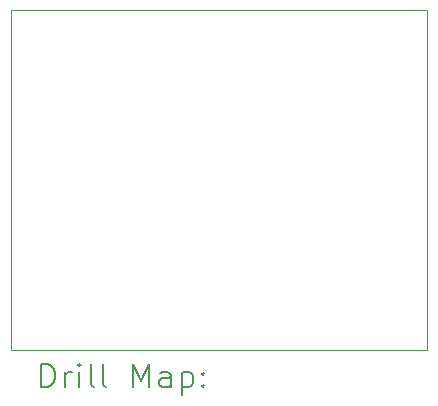
<source format=gbr>
%TF.GenerationSoftware,KiCad,Pcbnew,9.0.0*%
%TF.CreationDate,2025-10-07T06:42:02-03:00*%
%TF.ProjectId,control temperatura_v3,636f6e74-726f-46c2-9074-656d70657261,rev?*%
%TF.SameCoordinates,Original*%
%TF.FileFunction,Drillmap*%
%TF.FilePolarity,Positive*%
%FSLAX45Y45*%
G04 Gerber Fmt 4.5, Leading zero omitted, Abs format (unit mm)*
G04 Created by KiCad (PCBNEW 9.0.0) date 2025-10-07 06:42:02*
%MOMM*%
%LPD*%
G01*
G04 APERTURE LIST*
%ADD10C,0.100000*%
%ADD11C,0.200000*%
G04 APERTURE END LIST*
D10*
X12177500Y-5307500D02*
X15702500Y-5307500D01*
X15702500Y-8182500D01*
X12177500Y-8182500D01*
X12177500Y-5307500D01*
D11*
X12433277Y-8498984D02*
X12433277Y-8298984D01*
X12433277Y-8298984D02*
X12480896Y-8298984D01*
X12480896Y-8298984D02*
X12509467Y-8308508D01*
X12509467Y-8308508D02*
X12528515Y-8327555D01*
X12528515Y-8327555D02*
X12538039Y-8346603D01*
X12538039Y-8346603D02*
X12547562Y-8384698D01*
X12547562Y-8384698D02*
X12547562Y-8413270D01*
X12547562Y-8413270D02*
X12538039Y-8451365D01*
X12538039Y-8451365D02*
X12528515Y-8470412D01*
X12528515Y-8470412D02*
X12509467Y-8489460D01*
X12509467Y-8489460D02*
X12480896Y-8498984D01*
X12480896Y-8498984D02*
X12433277Y-8498984D01*
X12633277Y-8498984D02*
X12633277Y-8365650D01*
X12633277Y-8403746D02*
X12642801Y-8384698D01*
X12642801Y-8384698D02*
X12652324Y-8375174D01*
X12652324Y-8375174D02*
X12671372Y-8365650D01*
X12671372Y-8365650D02*
X12690420Y-8365650D01*
X12757086Y-8498984D02*
X12757086Y-8365650D01*
X12757086Y-8298984D02*
X12747562Y-8308508D01*
X12747562Y-8308508D02*
X12757086Y-8318031D01*
X12757086Y-8318031D02*
X12766610Y-8308508D01*
X12766610Y-8308508D02*
X12757086Y-8298984D01*
X12757086Y-8298984D02*
X12757086Y-8318031D01*
X12880896Y-8498984D02*
X12861848Y-8489460D01*
X12861848Y-8489460D02*
X12852324Y-8470412D01*
X12852324Y-8470412D02*
X12852324Y-8298984D01*
X12985658Y-8498984D02*
X12966610Y-8489460D01*
X12966610Y-8489460D02*
X12957086Y-8470412D01*
X12957086Y-8470412D02*
X12957086Y-8298984D01*
X13214229Y-8498984D02*
X13214229Y-8298984D01*
X13214229Y-8298984D02*
X13280896Y-8441841D01*
X13280896Y-8441841D02*
X13347562Y-8298984D01*
X13347562Y-8298984D02*
X13347562Y-8498984D01*
X13528515Y-8498984D02*
X13528515Y-8394222D01*
X13528515Y-8394222D02*
X13518991Y-8375174D01*
X13518991Y-8375174D02*
X13499943Y-8365650D01*
X13499943Y-8365650D02*
X13461848Y-8365650D01*
X13461848Y-8365650D02*
X13442801Y-8375174D01*
X13528515Y-8489460D02*
X13509467Y-8498984D01*
X13509467Y-8498984D02*
X13461848Y-8498984D01*
X13461848Y-8498984D02*
X13442801Y-8489460D01*
X13442801Y-8489460D02*
X13433277Y-8470412D01*
X13433277Y-8470412D02*
X13433277Y-8451365D01*
X13433277Y-8451365D02*
X13442801Y-8432317D01*
X13442801Y-8432317D02*
X13461848Y-8422793D01*
X13461848Y-8422793D02*
X13509467Y-8422793D01*
X13509467Y-8422793D02*
X13528515Y-8413270D01*
X13623753Y-8365650D02*
X13623753Y-8565650D01*
X13623753Y-8375174D02*
X13642801Y-8365650D01*
X13642801Y-8365650D02*
X13680896Y-8365650D01*
X13680896Y-8365650D02*
X13699943Y-8375174D01*
X13699943Y-8375174D02*
X13709467Y-8384698D01*
X13709467Y-8384698D02*
X13718991Y-8403746D01*
X13718991Y-8403746D02*
X13718991Y-8460889D01*
X13718991Y-8460889D02*
X13709467Y-8479936D01*
X13709467Y-8479936D02*
X13699943Y-8489460D01*
X13699943Y-8489460D02*
X13680896Y-8498984D01*
X13680896Y-8498984D02*
X13642801Y-8498984D01*
X13642801Y-8498984D02*
X13623753Y-8489460D01*
X13804705Y-8479936D02*
X13814229Y-8489460D01*
X13814229Y-8489460D02*
X13804705Y-8498984D01*
X13804705Y-8498984D02*
X13795182Y-8489460D01*
X13795182Y-8489460D02*
X13804705Y-8479936D01*
X13804705Y-8479936D02*
X13804705Y-8498984D01*
X13804705Y-8375174D02*
X13814229Y-8384698D01*
X13814229Y-8384698D02*
X13804705Y-8394222D01*
X13804705Y-8394222D02*
X13795182Y-8384698D01*
X13795182Y-8384698D02*
X13804705Y-8375174D01*
X13804705Y-8375174D02*
X13804705Y-8394222D01*
M02*

</source>
